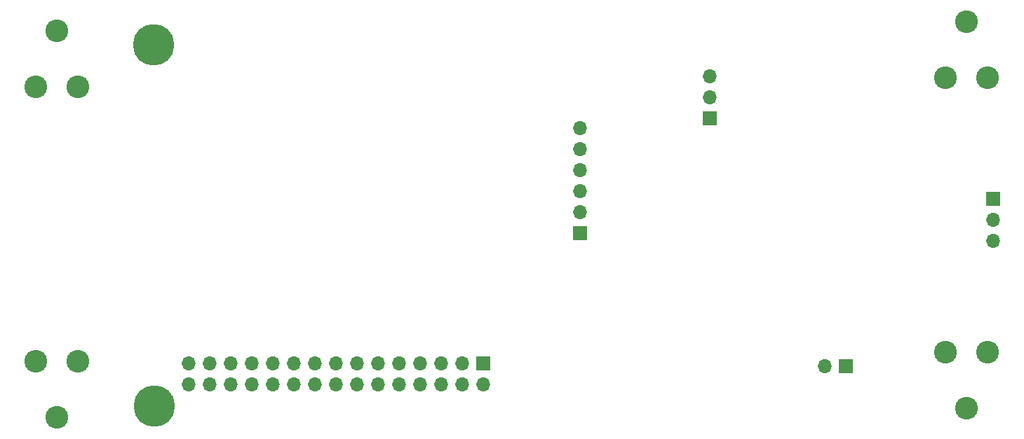
<source format=gbr>
%TF.GenerationSoftware,KiCad,Pcbnew,8.99.0-unknown-05b2b3c26e~178~ubuntu22.04.1*%
%TF.CreationDate,2024-05-07T20:45:26+09:00*%
%TF.ProjectId,bGeigieZen V4.x.x dual batteries 18500,62476569-6769-4655-9a65-6e2056342e78,V4.0.4*%
%TF.SameCoordinates,Original*%
%TF.FileFunction,Soldermask,Top*%
%TF.FilePolarity,Negative*%
%FSLAX46Y46*%
G04 Gerber Fmt 4.6, Leading zero omitted, Abs format (unit mm)*
G04 Created by KiCad (PCBNEW 8.99.0-unknown-05b2b3c26e~178~ubuntu22.04.1) date 2024-05-07 20:45:26*
%MOMM*%
%LPD*%
G01*
G04 APERTURE LIST*
%ADD10R,1.700000X1.700000*%
%ADD11O,1.700000X1.700000*%
%ADD12C,5.000000*%
%ADD13C,2.743200*%
G04 APERTURE END LIST*
D10*
%TO.C,J1*%
X55196300Y-43451400D03*
D11*
X55196300Y-45991400D03*
X52656300Y-43451400D03*
X52656300Y-45991400D03*
X50116300Y-43451400D03*
X50116300Y-45991400D03*
X47576300Y-43451400D03*
X47576300Y-45991400D03*
X45036300Y-43451400D03*
X45036300Y-45991400D03*
X42496300Y-43451400D03*
X42496300Y-45991400D03*
X39956300Y-43451400D03*
X39956300Y-45991400D03*
X37416300Y-43451400D03*
X37416300Y-45991400D03*
X34876300Y-43451400D03*
X34876300Y-45991400D03*
X32336300Y-43451400D03*
X32336300Y-45991400D03*
X29796300Y-43451400D03*
X29796300Y-45991400D03*
X27256300Y-43451400D03*
X27256300Y-45991400D03*
X24716300Y-43451400D03*
X24716300Y-45991400D03*
X22176300Y-43451400D03*
X22176300Y-45991400D03*
X19636300Y-43451400D03*
X19636300Y-45991400D03*
%TD*%
D10*
%TO.C,J3*%
X66832300Y-27679100D03*
D11*
X66832300Y-25139100D03*
X66832300Y-22599100D03*
X66832300Y-20059100D03*
X66832300Y-17519100D03*
X66832300Y-14979100D03*
%TD*%
D12*
%TO.C,H4*%
X15351700Y-4874400D03*
%TD*%
D10*
%TO.C,J5*%
X98944400Y-43727300D03*
D11*
X96404400Y-43727300D03*
%TD*%
D10*
%TO.C,J4*%
X82489400Y-13781300D03*
D11*
X82489400Y-11241300D03*
X82489400Y-8701300D03*
%TD*%
D10*
%TO.C,J2*%
X116674200Y-23514500D03*
D11*
X116674200Y-26054500D03*
X116674200Y-28594500D03*
%TD*%
D12*
%TO.C,H6*%
X15481300Y-48604400D03*
%TD*%
D13*
%TO.C,BT2*%
X113528189Y-2097300D03*
X113508189Y-48793500D03*
X110968189Y-42045500D03*
X116048189Y-42045500D03*
X110988189Y-8845300D03*
X116068189Y-8845300D03*
%TD*%
%TO.C,BT1*%
X3698600Y-3223300D03*
X3678600Y-49919500D03*
X1138600Y-43171500D03*
X6218600Y-43171500D03*
X1158600Y-9971300D03*
X6238600Y-9971300D03*
%TD*%
M02*

</source>
